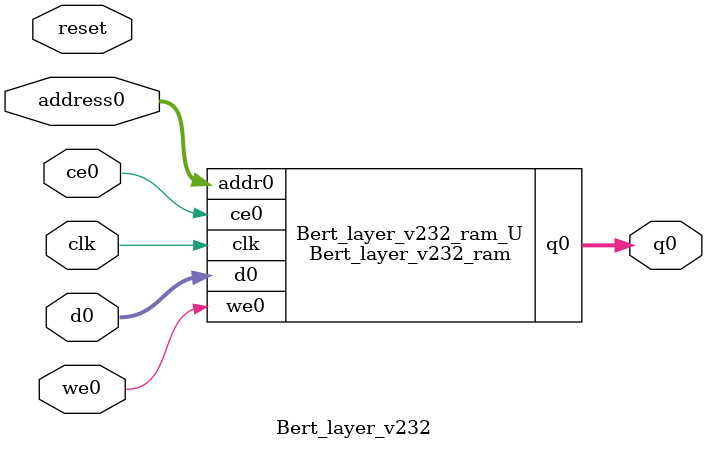
<source format=v>
`timescale 1 ns / 1 ps
module Bert_layer_v232_ram (addr0, ce0, d0, we0, q0,  clk);

parameter DWIDTH = 32;
parameter AWIDTH = 14;
parameter MEM_SIZE = 9216;

input[AWIDTH-1:0] addr0;
input ce0;
input[DWIDTH-1:0] d0;
input we0;
output reg[DWIDTH-1:0] q0;
input clk;

(* ram_style = "block" *)reg [DWIDTH-1:0] ram[0:MEM_SIZE-1];




always @(posedge clk)  
begin 
    if (ce0) begin
        if (we0) 
            ram[addr0] <= d0; 
        q0 <= ram[addr0];
    end
end


endmodule

`timescale 1 ns / 1 ps
module Bert_layer_v232(
    reset,
    clk,
    address0,
    ce0,
    we0,
    d0,
    q0);

parameter DataWidth = 32'd32;
parameter AddressRange = 32'd9216;
parameter AddressWidth = 32'd14;
input reset;
input clk;
input[AddressWidth - 1:0] address0;
input ce0;
input we0;
input[DataWidth - 1:0] d0;
output[DataWidth - 1:0] q0;



Bert_layer_v232_ram Bert_layer_v232_ram_U(
    .clk( clk ),
    .addr0( address0 ),
    .ce0( ce0 ),
    .we0( we0 ),
    .d0( d0 ),
    .q0( q0 ));

endmodule


</source>
